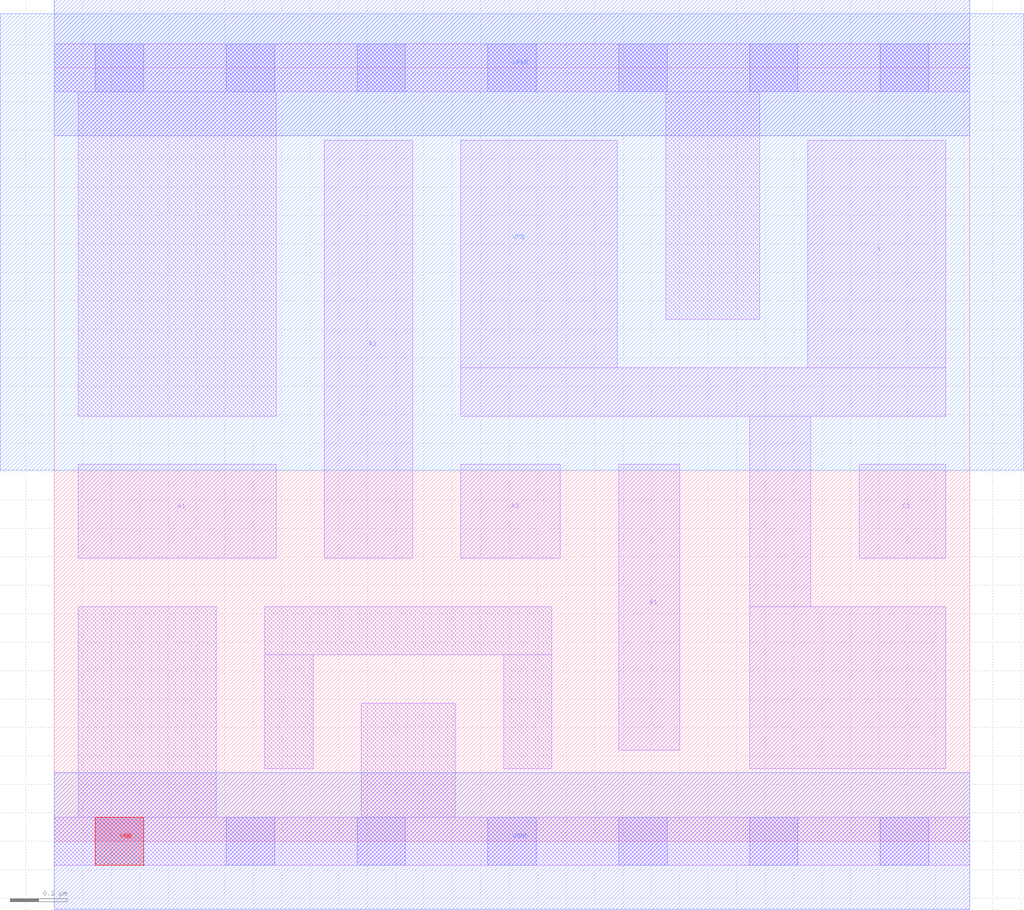
<source format=lef>
# Copyright 2020 The SkyWater PDK Authors
#
# Licensed under the Apache License, Version 2.0 (the "License");
# you may not use this file except in compliance with the License.
# You may obtain a copy of the License at
#
#     https://www.apache.org/licenses/LICENSE-2.0
#
# Unless required by applicable law or agreed to in writing, software
# distributed under the License is distributed on an "AS IS" BASIS,
# WITHOUT WARRANTIES OR CONDITIONS OF ANY KIND, either express or implied.
# See the License for the specific language governing permissions and
# limitations under the License.
#
# SPDX-License-Identifier: Apache-2.0

VERSION 5.7 ;
  NOWIREEXTENSIONATPIN ON ;
  DIVIDERCHAR "/" ;
  BUSBITCHARS "[]" ;
MACRO sky130_fd_sc_hd__o311ai_1
  CLASS CORE ;
  FOREIGN sky130_fd_sc_hd__o311ai_1 ;
  ORIGIN  0.000000  0.000000 ;
  SIZE  3.220000 BY  2.720000 ;
  SYMMETRY X Y R90 ;
  SITE unithd ;
  PIN A1
    ANTENNAGATEAREA  0.247500 ;
    DIRECTION INPUT ;
    USE SIGNAL ;
    PORT
      LAYER li1 ;
        RECT 0.085000 0.995000 0.780000 1.325000 ;
    END
  END A1
  PIN A2
    ANTENNAGATEAREA  0.247500 ;
    DIRECTION INPUT ;
    USE SIGNAL ;
    PORT
      LAYER li1 ;
        RECT 0.950000 0.995000 1.260000 2.465000 ;
    END
  END A2
  PIN A3
    ANTENNAGATEAREA  0.247500 ;
    DIRECTION INPUT ;
    USE SIGNAL ;
    PORT
      LAYER li1 ;
        RECT 1.430000 0.995000 1.780000 1.325000 ;
    END
  END A3
  PIN B1
    ANTENNAGATEAREA  0.247500 ;
    DIRECTION INPUT ;
    USE SIGNAL ;
    PORT
      LAYER li1 ;
        RECT 1.985000 0.320000 2.200000 1.325000 ;
    END
  END B1
  PIN C1
    ANTENNAGATEAREA  0.247500 ;
    DIRECTION INPUT ;
    USE SIGNAL ;
    PORT
      LAYER li1 ;
        RECT 2.830000 0.995000 3.135000 1.325000 ;
    END
  END C1
  PIN VNB
    PORT
      LAYER pwell ;
        RECT 0.145000 -0.085000 0.315000 0.085000 ;
    END
  END VNB
  PIN VPB
    PORT
      LAYER nwell ;
        RECT -0.190000 1.305000 3.410000 2.910000 ;
    END
  END VPB
  PIN Y
    ANTENNADIFFAREA  0.942000 ;
    DIRECTION OUTPUT ;
    USE SIGNAL ;
    PORT
      LAYER li1 ;
        RECT 1.430000 1.495000 3.135000 1.665000 ;
        RECT 1.430000 1.665000 1.980000 2.465000 ;
        RECT 2.445000 0.255000 3.135000 0.825000 ;
        RECT 2.445000 0.825000 2.660000 1.495000 ;
        RECT 2.650000 1.665000 3.135000 2.465000 ;
    END
  END Y
  PIN VGND
    DIRECTION INOUT ;
    SHAPE ABUTMENT ;
    USE GROUND ;
    PORT
      LAYER met1 ;
        RECT 0.000000 -0.240000 3.220000 0.240000 ;
    END
  END VGND
  PIN VPWR
    DIRECTION INOUT ;
    SHAPE ABUTMENT ;
    USE POWER ;
    PORT
      LAYER met1 ;
        RECT 0.000000 2.480000 3.220000 2.960000 ;
    END
  END VPWR
  OBS
    LAYER li1 ;
      RECT 0.000000 -0.085000 3.220000 0.085000 ;
      RECT 0.000000  2.635000 3.220000 2.805000 ;
      RECT 0.085000  0.085000 0.570000 0.825000 ;
      RECT 0.085000  1.495000 0.780000 2.635000 ;
      RECT 0.740000  0.255000 0.910000 0.655000 ;
      RECT 0.740000  0.655000 1.750000 0.825000 ;
      RECT 1.080000  0.085000 1.410000 0.485000 ;
      RECT 1.580000  0.255000 1.750000 0.655000 ;
      RECT 2.150000  1.835000 2.480000 2.635000 ;
    LAYER mcon ;
      RECT 0.145000 -0.085000 0.315000 0.085000 ;
      RECT 0.145000  2.635000 0.315000 2.805000 ;
      RECT 0.605000 -0.085000 0.775000 0.085000 ;
      RECT 0.605000  2.635000 0.775000 2.805000 ;
      RECT 1.065000 -0.085000 1.235000 0.085000 ;
      RECT 1.065000  2.635000 1.235000 2.805000 ;
      RECT 1.525000 -0.085000 1.695000 0.085000 ;
      RECT 1.525000  2.635000 1.695000 2.805000 ;
      RECT 1.985000 -0.085000 2.155000 0.085000 ;
      RECT 1.985000  2.635000 2.155000 2.805000 ;
      RECT 2.445000 -0.085000 2.615000 0.085000 ;
      RECT 2.445000  2.635000 2.615000 2.805000 ;
      RECT 2.905000 -0.085000 3.075000 0.085000 ;
      RECT 2.905000  2.635000 3.075000 2.805000 ;
  END
END sky130_fd_sc_hd__o311ai_1
END LIBRARY

</source>
